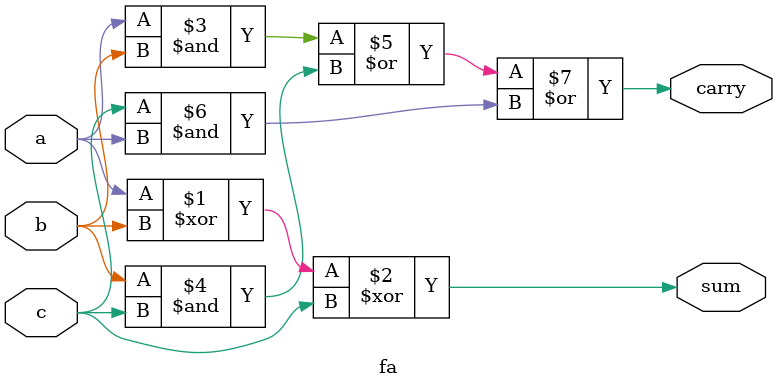
<source format=v>
module fa (a,b,c,sum,carry);
input a,b,c;
output sum,carry;
assign sum=a^b^c;
assign carry=a&b|b&c|c&a;
endmodule

</source>
